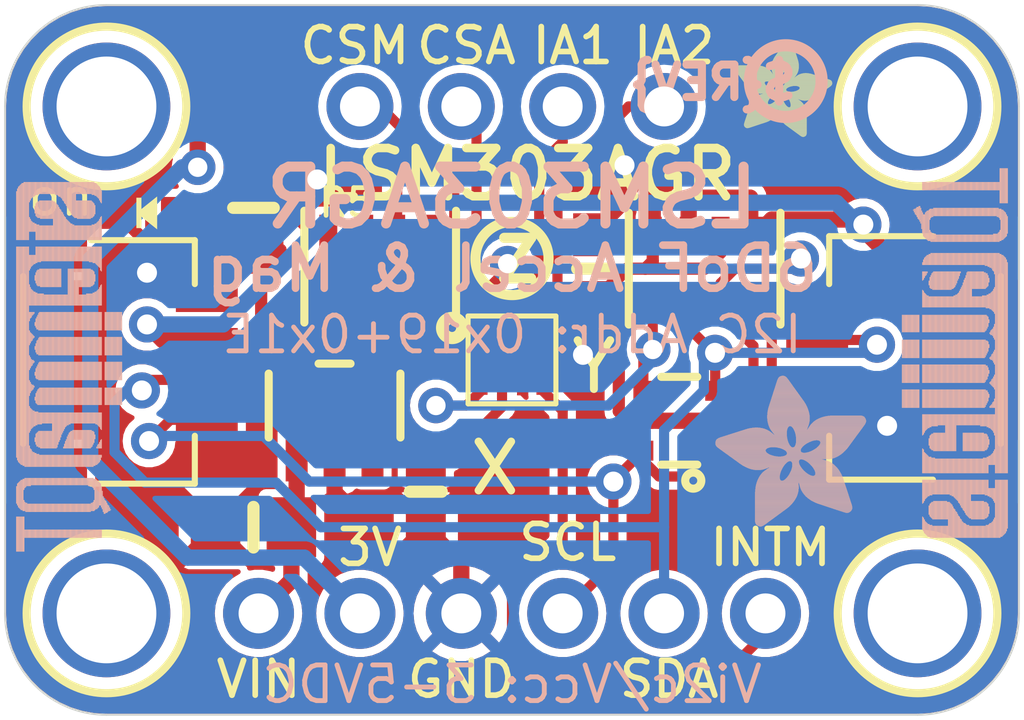
<source format=kicad_pcb>
(kicad_pcb (version 20221018) (generator pcbnew)
  (layers (0 "F.Cu" signal) (31 "B.Cu" signal) (34 "B.Paste" user) (35 "F.Paste" user) (36 "B.SilkS" user "B.Silkscreen") (37 "F.SilkS" user "F.Silkscreen") (38 "B.Mask" user) (39 "F.Mask" user) (44 "Edge.Cuts" user))
  (net 0 "")
  (net 1 "GND")
  (net 2 "SDA")
  (net 3 "SCL")
  (net 4 "SCL_3V")
  (net 5 "SDA_3V")
  (net 6 "3.3V")
  (net 7 "VCC")
  (net 8 "N$1")
  (net 9 "INTM_3V")
  (net 10 "INT2A_3V")
  (net 11 "INT1A_3V")
  (net 12 "N$2")
  (net 13 "CS_MAG")
  (net 14 "CS_ACCEL")
  (footprint "working:JST_SH4" (layer "F.Cu") (at 158.6611 105.0036 90)
    (fp_text reference "CONN3" hide)
    (fp_text value "STEMMA_I2C_QT" hide)
    (pad "1" smd rect (at -1.5 -2.514 180) (size 1.55 0.6) (layers "F.Cu" "F.Paste" "F.Mask") (net 1 "GND"))
    (pad "2" smd rect (at -0.5 -2.514 180) (size 1.55 0.6) (layers "F.Cu" "F.Paste" "F.Mask") (net 7 "VCC"))
    (pad "3" smd rect (at 0.5 -2.514 180) (size 1.55 0.6) (layers "F.Cu" "F.Paste" "F.Mask") (net 2 "SDA"))
    (pad "4" smd rect (at 1.5 -2.514 180) (size 1.55 0.6) (layers "F.Cu" "F.Paste" "F.Mask") (net 3 "SCL"))
    (pad "MT1" smd rect (at -2.8 1.386 180) (size 1.8 1.2) (layers "F.Cu" "F.Paste" "F.Mask"))
    (pad "MT2" smd rect (at 2.8 1.386 180) (size 1.8 1.2) (layers "F.Cu" "F.Paste" "F.Mask"))
  )
  (footprint "working:FIDUCIAL_1MM" (layer "F.Cu") (at 155.3591 108.1659)
    (fp_text reference "FID3" hide)
    (fp_text value "FIDUCIAL_1MM" hide)
    (pad "1" smd roundrect (at 0 0) (size 1 1) (layers "F.Cu" "F.Mask") (roundrect_rratio 0.5))
  )
  (footprint "working:0805_10MGAP" (layer "F.Cu") (at 142.0241 101.1936 90)
    (fp_text reference "C3" hide)
    (fp_text value "10uF" hide)
    (pad "1" smd rect (at -1.05 0 90) (size 1.2 1.5) (layers "F.Cu" "F.Paste" "F.Mask") (net 6 "3.3V"))
    (pad "2" smd rect (at 1.05 0 90) (size 1.2 1.5) (layers "F.Cu" "F.Paste" "F.Mask") (net 1 "GND"))
  )
  (footprint "working:1X04_ROUND" (layer "F.Cu") (at 148.5011 98.6536)
    (fp_text reference "JP3" hide)
    (fp_text value "")
    (pad "1" thru_hole circle (at -3.81 0 90) (size 1.6764 1.6764) (drill 1) (layers "*.Cu" "*.Mask") (net 13 "CS_MAG"))
    (pad "2" thru_hole circle (at -1.27 0 90) (size 1.6764 1.6764) (drill 1) (layers "*.Cu" "*.Mask") (net 14 "CS_ACCEL"))
    (pad "3" thru_hole circle (at 1.27 0 90) (size 1.6764 1.6764) (drill 1) (layers "*.Cu" "*.Mask") (net 11 "INT1A_3V"))
    (pad "4" thru_hole circle (at 3.81 0 90) (size 1.6764 1.6764) (drill 1) (layers "*.Cu" "*.Mask") (net 10 "INT2A_3V"))
  )
  (footprint "working:RESPACK_4X0603" (layer "F.Cu") (at 145.1991 102.6668)
    (fp_text reference "R5" (at -1.6 -1.6) (layer "F.SilkS") (effects (font (size 0.692831 0.692831) (thickness 0.119969)) (justify left)))
    (fp_text value "10K")
    (pad "1" smd rect (at -1.3 0.85) (size 0.45 0.9) (layers "F.Cu" "F.Paste" "F.Mask") (net 6 "3.3V"))
    (pad "2" smd rect (at -0.4 0.85) (size 0.45 0.9) (layers "F.Cu" "F.Paste" "F.Mask"))
    (pad "3" smd rect (at 0.4 0.85) (size 0.45 0.9) (layers "F.Cu" "F.Paste" "F.Mask") (net 13 "CS_MAG"))
    (pad "4" smd rect (at 1.3 0.85) (size 0.45 0.9) (layers "F.Cu" "F.Paste" "F.Mask") (net 14 "CS_ACCEL"))
    (pad "5" smd rect (at 1.3 -0.85) (size 0.45 0.9) (layers "F.Cu" "F.Paste" "F.Mask") (net 6 "3.3V"))
    (pad "6" smd rect (at 0.4 -0.85) (size 0.45 0.9) (layers "F.Cu" "F.Paste" "F.Mask") (net 6 "3.3V"))
    (pad "7" smd rect (at -0.4 -0.85) (size 0.45 0.9) (layers "F.Cu" "F.Paste" "F.Mask"))
    (pad "8" smd rect (at -1.3 -0.85) (size 0.45 0.9) (layers "F.Cu" "F.Paste" "F.Mask") (net 8 "N$1"))
  )
  (footprint "working:MOUNTINGHOLE_2.5_PLATED" (layer "F.Cu") (at 158.6611 98.6536)
    (fp_text reference "U$17" hide)
    (fp_text value "MOUNTINGHOLE2.5" hide)
    (pad "P$1" thru_hole circle (at 0 0) (size 3.2 3.2) (drill 2.5) (layers "*.Cu" "*.Mask"))
    (zone (net 0) (net_name "") (layer "F.Cu") (connect_pads (clearance 0)) (min_thickness 0.25)
      (keepout (tracks not_allowed) (vias not_allowed) (pads not_allowed) (copperpour not_allowed) (footprints allowed))
      (fill (thermal_gap 0.5) (thermal_bridge_width 0.5))
      (polygon (pts (xy 160.6771 98.6536) (xy 160.65748 98.373027) (xy 160.599004 98.097915) (xy 160.502808 97.833619) (xy 160.370765 97.585283) (xy 160.205446 97.35774) (xy 160.010067 97.15542) (xy 159.788433 96.98226) (xy 159.544856 96.841631) (xy 159.284078 96.73627) (xy 159.011175 96.668228) (xy 158.731457 96.638828) (xy 158.450371 96.648644) (xy 158.173385 96.697484) (xy 157.905893 96.784397) (xy 157.6531 96.907693) (xy 157.419926 97.06497) (xy 157.210911 97.253169) (xy 157.030122 97.468625) (xy 156.881078 97.707145) (xy 156.76668 97.964087) (xy 156.689154 98.23445) (xy 156.650011 98.512971) (xy 156.650011 98.794229) (xy 156.689154 99.07275) (xy 156.76668 99.343113) (xy 156.881078 99.600055) (xy 157.030122 99.838575) (xy 157.210911 100.054031) (xy 157.419926 100.24223) (xy 157.6531 100.399507) (xy 157.905893 100.522803) (xy 158.173385 100.609716) (xy 158.450371 100.658556) (xy 158.731457 100.668372) (xy 159.011175 100.638972) (xy 159.284078 100.57093) (xy 159.544856 100.465569) (xy 159.788433 100.32494) (xy 160.010067 100.15178) (xy 160.205446 99.94946) (xy 160.370765 99.721917) (xy 160.502808 99.473581) (xy 160.599004 99.209285) (xy 160.65748 98.934173)))
      (polygon (pts (xy 158.6451 98.6536) (xy 158.649786 98.664914) (xy 158.6611 98.6696) (xy 158.672414 98.664914) (xy 158.6771 98.6536) (xy 158.672414 98.642286) (xy 158.6611 98.6376) (xy 158.649786 98.642286)))
    )
    (zone (net 0) (net_name "") (layer "B.Cu") (connect_pads (clearance 0)) (min_thickness 0.25)
      (keepout (tracks not_allowed) (vias not_allowed) (pads not_allowed) (copperpour not_allowed) (footprints allowed))
      (fill (thermal_gap 0.5) (thermal_bridge_width 0.5))
      (polygon (pts (xy 160.6771 98.6536) (xy 160.65748 98.373027) (xy 160.599004 98.097915) (xy 160.502808 97.833619) (xy 160.370765 97.585283) (xy 160.205446 97.35774) (xy 160.010067 97.15542) (xy 159.788433 96.98226) (xy 159.544856 96.841631) (xy 159.284078 96.73627) (xy 159.011175 96.668228) (xy 158.731457 96.638828) (xy 158.450371 96.648644) (xy 158.173385 96.697484) (xy 157.905893 96.784397) (xy 157.6531 96.907693) (xy 157.419926 97.06497) (xy 157.210911 97.253169) (xy 157.030122 97.468625) (xy 156.881078 97.707145) (xy 156.76668 97.964087) (xy 156.689154 98.23445) (xy 156.650011 98.512971) (xy 156.650011 98.794229) (xy 156.689154 99.07275) (xy 156.76668 99.343113) (xy 156.881078 99.600055) (xy 157.030122 99.838575) (xy 157.210911 100.054031) (xy 157.419926 100.24223) (xy 157.6531 100.399507) (xy 157.905893 100.522803) (xy 158.173385 100.609716) (xy 158.450371 100.658556) (xy 158.731457 100.668372) (xy 159.011175 100.638972) (xy 159.284078 100.57093) (xy 159.544856 100.465569) (xy 159.788433 100.32494) (xy 160.010067 100.15178) (xy 160.205446 99.94946) (xy 160.370765 99.721917) (xy 160.502808 99.473581) (xy 160.599004 99.209285) (xy 160.65748 98.934173)))
      (polygon (pts (xy 158.6451 98.6536) (xy 158.649786 98.664914) (xy 158.6611 98.6696) (xy 158.672414 98.664914) (xy 158.6771 98.6536) (xy 158.672414 98.642286) (xy 158.6611 98.6376) (xy 158.649786 98.642286)))
    )
  )
  (footprint "working:0603-NO@1" (layer "F.Cu") (at 146.3421 108.3056 -90)
    (fp_text reference "C4" hide)
    (fp_text value "220nF" hide)
    (pad "1" smd rect (at -0.85 0 270) (size 1.075 1) (layers "F.Cu" "F.Paste" "F.Mask") (net 12 "N$2"))
    (pad "2" smd rect (at 0.85 0 270) (size 1.075 1) (layers "F.Cu" "F.Paste" "F.Mask") (net 1 "GND"))
  )
  (footprint "working:MOUNTINGHOLE_2.5_PLATED" (layer "F.Cu") (at 158.6611 111.3536)
    (fp_text reference "U$21" hide)
    (fp_text value "MOUNTINGHOLE2.5" hide)
    (pad "P$1" thru_hole circle (at 0 0) (size 3.2 3.2) (drill 2.5) (layers "*.Cu" "*.Mask"))
    (zone (net 0) (net_name "") (layer "F.Cu") (connect_pads (clearance 0)) (min_thickness 0.25)
      (keepout (tracks not_allowed) (vias not_allowed) (pads not_allowed) (copperpour not_allowed) (footprints allowed))
      (fill (thermal_gap 0.5) (thermal_bridge_width 0.5))
      (polygon (pts (xy 160.6771 111.3536) (xy 160.65748 111.073027) (xy 160.599004 110.797915) (xy 160.502808 110.533619) (xy 160.370765 110.285283) (xy 160.205446 110.05774) (xy 160.010067 109.85542) (xy 159.788433 109.68226) (xy 159.544856 109.541631) (xy 159.284078 109.43627) (xy 159.011175 109.368228) (xy 158.731457 109.338828) (xy 158.450371 109.348644) (xy 158.173385 109.397484) (xy 157.905893 109.484397) (xy 157.6531 109.607693) (xy 157.419926 109.76497) (xy 157.210911 109.953169) (xy 157.030122 110.168625) (xy 156.881078 110.407145) (xy 156.76668 110.664087) (xy 156.689154 110.93445) (xy 156.650011 111.212971) (xy 156.650011 111.494229) (xy 156.689154 111.77275) (xy 156.76668 112.043113) (xy 156.881078 112.300055) (xy 157.030122 112.538575) (xy 157.210911 112.754031) (xy 157.419926 112.94223) (xy 157.6531 113.099507) (xy 157.905893 113.222803) (xy 158.173385 113.309716) (xy 158.450371 113.358556) (xy 158.731457 113.368372) (xy 159.011175 113.338972) (xy 159.284078 113.27093) (xy 159.544856 113.165569) (xy 159.788433 113.02494) (xy 160.010067 112.85178) (xy 160.205446 112.64946) (xy 160.370765 112.421917) (xy 160.502808 112.173581) (xy 160.599004 111.909285) (xy 160.65748 111.634173)))
      (polygon (pts (xy 158.6451 111.3536) (xy 158.649786 111.364914) (xy 158.6611 111.3696) (xy 158.672414 111.364914) (xy 158.6771 111.3536) (xy 158.672414 111.342286) (xy 158.6611 111.3376) (xy 158.649786 111.342286)))
    )
    (zone (net 0) (net_name "") (layer "B.Cu") (connect_pads (clearance 0)) (min_thickness 0.25)
      (keepout (tracks not_allowed) (vias not_allowed) (pads not_allowed) (copperpour not_allowed) (footprints allowed))
      (fill (thermal_gap 0.5) (thermal_bridge_width 0.5))
      (polygon (pts (xy 160.6771 111.3536) (xy 160.65748 111.073027) (xy 160.599004 110.797915) (xy 160.502808 110.533619) (xy 160.370765 110.285283) (xy 160.205446 110.05774) (xy 160.010067 109.85542) (xy 159.788433 109.68226) (xy 159.544856 109.541631) (xy 159.284078 109.43627) (xy 159.011175 109.368228) (xy 158.731457 109.338828) (xy 158.450371 109.348644) (xy 158.173385 109.397484) (xy 157.905893 109.484397) (xy 157.6531 109.607693) (xy 157.419926 109.76497) (xy 157.210911 109.953169) (xy 157.030122 110.168625) (xy 156.881078 110.407145) (xy 156.76668 110.664087) (xy 156.689154 110.93445) (xy 156.650011 111.212971) (xy 156.650011 111.494229) (xy 156.689154 111.77275) (xy 156.76668 112.043113) (xy 156.881078 112.300055) (xy 157.030122 112.538575) (xy 157.210911 112.754031) (xy 157.419926 112.94223) (xy 157.6531 113.099507) (xy 157.905893 113.222803) (xy 158.173385 113.309716) (xy 158.450371 113.358556) (xy 158.731457 113.368372) (xy 159.011175 113.338972) (xy 159.284078 113.27093) (xy 159.544856 113.165569) (xy 159.788433 113.02494) (xy 160.010067 112.85178) (xy 160.205446 112.64946) (xy 160.370765 112.421917) (xy 160.502808 112.173581) (xy 160.599004 111.909285) (xy 160.65748 111.634173)))
      (polygon (pts (xy 158.6451 111.3536) (xy 158.649786 111.364914) (xy 158.6611 111.3696) (xy 158.672414 111.364914) (xy 158.6771 111.3536) (xy 158.672414 111.342286) (xy 158.6611 111.3376) (xy 158.649786 111.342286)))
    )
  )
  (footprint "working:MOUNTINGHOLE_2.5_PLATED" (layer "F.Cu") (at 138.3411 98.6536)
    (fp_text reference "U$1" hide)
    (fp_text value "MOUNTINGHOLE2.5" hide)
    (pad "P$1" thru_hole circle (at 0 0) (size 3.2 3.2) (drill 2.5) (layers "*.Cu" "*.Mask"))
    (zone (net 0) (net_name "") (layer "F.Cu") (connect_pads (clearance 0)) (min_thickness 0.25)
      (keepout (tracks not_allowed) (vias not_allowed) (pads not_allowed) (copperpour not_allowed) (footprints allowed))
      (fill (thermal_gap 0.5) (thermal_bridge_width 0.5))
      (polygon (pts (xy 140.3571 98.6536) (xy 140.33748 98.373027) (xy 140.279004 98.097915) (xy 140.182808 97.833619) (xy 140.050765 97.585283) (xy 139.885446 97.35774) (xy 139.690067 97.15542) (xy 139.468433 96.98226) (xy 139.224856 96.841631) (xy 138.964078 96.73627) (xy 138.691175 96.668228) (xy 138.411457 96.638828) (xy 138.130371 96.648644) (xy 137.853385 96.697484) (xy 137.585893 96.784397) (xy 137.3331 96.907693) (xy 137.099926 97.06497) (xy 136.890911 97.253169) (xy 136.710122 97.468625) (xy 136.561078 97.707145) (xy 136.44668 97.964087) (xy 136.369154 98.23445) (xy 136.330011 98.512971) (xy 136.330011 98.794229) (xy 136.369154 99.07275) (xy 136.44668 99.343113) (xy 136.561078 99.600055) (xy 136.710122 99.838575) (xy 136.890911 100.054031) (xy 137.099926 100.24223) (xy 137.3331 100.399507) (xy 137.585893 100.522803) (xy 137.853385 100.609716) (xy 138.130371 100.658556) (xy 138.411457 100.668372) (xy 138.691175 100.638972) (xy 138.964078 100.57093) (xy 139.224856 100.465569) (xy 139.468433 100.32494) (xy 139.690067 100.15178) (xy 139.885446 99.94946) (xy 140.050765 99.721917) (xy 140.182808 99.473581) (xy 140.279004 99.209285) (xy 140.33748 98.934173)))
      (polygon (pts (xy 138.3251 98.6536) (xy 138.329786 98.664914) (xy 138.3411 98.6696) (xy 138.352414 98.664914) (xy 138.3571 98.6536) (xy 138.352414 98.642286) (xy 138.3411 98.6376) (xy 138.329786 98.642286)))
    )
    (zone (net 0) (net_name "") (layer "B.Cu") (connect_pads (clearance 0)) (min_thickness 0.25)
      (keepout (tracks not_allowed) (vias not_allowed) (pads not_allowed) (copperpour not_allowed) (footprints allowed))
      (fill (thermal_gap 0.5) (thermal_bridge_width 0.5))
      (polygon (pts (xy 140.3571 98.6536) (xy 140.33748 98.373027) (xy 140.279004 98.097915) (xy 140.182808 97.833619) (xy 140.050765 97.585283) (xy 139.885446 97.35774) (xy 139.690067 97.15542) (xy 139.468433 96.98226) (xy 139.224856 96.841631) (xy 138.964078 96.73627) (xy 138.691175 96.668228) (xy 138.411457 96.638828) (xy 138.130371 96.648644) (xy 137.853385 96.697484) (xy 137.585893 96.784397) (xy 137.3331 96.907693) (xy 137.099926 97.06497) (xy 136.890911 97.253169) (xy 136.710122 97.468625) (xy 136.561078 97.707145) (xy 136.44668 97.964087) (xy 136.369154 98.23445) (xy 136.330011 98.512971) (xy 136.330011 98.794229) (xy 136.369154 99.07275) (xy 136.44668 99.343113) (xy 136.561078 99.600055) (xy 136.710122 99.838575) (xy 136.890911 100.054031) (xy 137.099926 100.24223) (xy 137.3331 100.399507) (xy 137.585893 100.522803) (xy 137.853385 100.609716) (xy 138.130371 100.658556) (xy 138.411457 100.668372) (xy 138.691175 100.638972) (xy 138.964078 100.57093) (xy 139.224856 100.465569) (xy 139.468433 100.32494) (xy 139.690067 100.15178) (xy 139.885446 99.94946) (xy 140.050765 99.721917) (xy 140.182808 99.473581) (xy 140.279004 99.209285) (xy 140.33748 98.934173)))
      (polygon (pts (xy 138.3251 98.6536) (xy 138.329786 98.664914) (xy 138.3411 98.6696) (xy 138.352414 98.664914) (xy 138.3571 98.6536) (xy 138.352414 98.642286) (xy 138.3411 98.6376) (xy 138.329786 98.642286)))
    )
  )
  (footprint "working:JST_SH4" (layer "F.Cu") (at 138.3411 105.0036 -90)
    (fp_text reference "CONN4" hide)
    (fp_text value "STEMMA_I2C_QT" hide)
    (pad "1" smd rect (at -1.5 -2.514) (size 1.55 0.6) (layers "F.Cu" "F.Paste" "F.Mask") (net 1 "GND"))
    (pad "2" smd rect (at -0.5 -2.514) (size 1.55 0.6) (layers "F.Cu" "F.Paste" "F.Mask") (net 7 "VCC"))
    (pad "3" smd rect (at 0.5 -2.514) (size 1.55 0.6) (layers "F.Cu" "F.Paste" "F.Mask") (net 2 "SDA"))
    (pad "4" smd rect (at 1.5 -2.514) (size 1.55 0.6) (layers "F.Cu" "F.Paste" "F.Mask") (net 3 "SCL"))
    (pad "MT1" smd rect (at -2.8 1.386) (size 1.8 1.2) (layers "F.Cu" "F.Paste" "F.Mask"))
    (pad "MT2" smd rect (at 2.8 1.386) (size 1.8 1.2) (layers "F.Cu" "F.Paste" "F.Mask"))
  )
  (footprint "working:CHIPLED_0603_NOOUTLINE" (layer "F.Cu") (at 139.3571 101.3206 90)
    (fp_text reference "D1" hide)
    (fp_text value "GREEN" hide)
    (pad "A" smd rect (at 0 0.75 90) (size 0.8 0.8) (layers "F.Cu" "F.Paste" "F.Mask") (net 8 "N$1"))
    (pad "C" smd rect (at 0 -0.75 90) (size 0.8 0.8) (layers "F.Cu" "F.Paste" "F.Mask") (net 1 "GND"))
  )
  (footprint "working:1X06_ROUND_70" (layer "F.Cu") (at 148.5011 111.3536)
    (fp_text reference "JP1" hide)
    (fp_text value "")
    (pad "1" thru_hole circle (at -6.35 0 90) (size 1.778 1.778) (drill 1) (layers "*.Cu" "*.Mask") (net 7 "VCC"))
    (pad "2" thru_hole circle (at -3.81 0 90) (size 1.778 1.778) (drill 1) (layers "*.Cu" "*.Mask") (net 6 "3.3V"))
    (pad "3" thru_hole circle (at -1.27 0 90) (size 1.778 1.778) (drill 1) (layers "*.Cu" "*.Mask") (net 1 "GND"))
    (pad "4" thru_hole circle (at 1.27 0 90) (size 1.778 1.778) (drill 1) (layers "*.Cu" "*.Mask") (net 3 "SCL"))
    (pad "5" thru_hole circle (at 3.81 0 90) (size 1.778 1.778) (drill 1) (layers "*.Cu" "*.Mask") (net 2 "SDA"))
    (pad "6" thru_hole circle (at 6.35 0 90) (size 1.778 1.778) (drill 1) (layers "*.Cu" "*.Mask") (net 9 "INTM_3V"))
  )
  (footprint "working:ADAFRUIT_2.5MM" (layer "F.Cu") (at 154.0891 99.4156)
    (fp_text reference "U$40" hide)
    (fp_text value "" hide)
  )
  (footprint "working:0805-NO" (layer "F.Cu") (at 142.0241 109.1946 180)
    (fp_text reference "C2" hide)
    (fp_text value "10uF" hide)
    (pad "1" smd rect (at -0.95 0 180) (size 1.24 1.5) (layers "F.Cu" "F.Paste" "F.Mask") (net 7 "VCC"))
    (pad "2" smd rect (at 0.95 0 180) (size 1.24 1.5) (layers "F.Cu" "F.Paste" "F.Mask") (net 1 "GND"))
  )
  (footprint "working:SOT363" (layer "F.Cu") (at 152.6921 106.5276 90)
    (fp_text reference "Q2" hide)
    (fp_text value "BSS138" hide)
    (pad "1" smd rect (at -0.75 0.9 90) (size 0.5 0.5) (layers "F.Cu" "F.Paste" "F.Mask") (net 4 "SCL_3V"))
    (pad "2" smd rect (at 0 0.9 90) (size 0.4 0.5) (layers "F.Cu" "F.Paste" "F.Mask") (net 6 "3.3V"))
    (pad "3" smd rect (at 0.75 0.9 90) (size 0.5 0.5) (layers "F.Cu" "F.Paste" "F.Mask") (net 2 "SDA"))
    (pad "4" smd rect (at 0.75 -0.9 90) (size 0.5 0.5) (layers "F.Cu" "F.Paste" "F.Mask") (net 5 "SDA_3V"))
    (pad "5" smd rect (at 0 -0.9 90) (size 0.4 0.5) (layers "F.Cu" "F.Paste" "F.Mask") (net 6 "3.3V"))
    (pad "6" smd rect (at -0.75 -0.9 90) (size 0.5 0.5) (layers "F.Cu" "F.Paste" "F.Mask") (net 3 "SCL"))
  )
  (footprint "working:0603-NO@1" (layer "F.Cu") (at 150.5331 102.7176 90)
    (fp_text reference "C1" hide)
    (fp_text value "0.1uF" hide)
    (pad "1" smd rect (at -0.85 0 90) (size 1.075 1) (layers "F.Cu" "F.Paste" "F.Mask") (net 6 "3.3V"))
    (pad "2" smd rect (at 0.85 0 90) (size 1.075 1) (layers "F.Cu" "F.Paste" "F.Mask") (net 1 "GND"))
  )
  (footprint "working:SOT23-5" (layer "F.Cu") (at 144.0561 106.1466)
    (fp_text reference "U2" hide)
    (fp_text value "AP2112K-3.3" hide)
    (pad "1" smd rect (at -0.95 1.3001) (size 0.55 1.2) (layers "F.Cu" "F.Paste" "F.Mask") (net 7 "VCC"))
    (pad "2" smd rect (at 0 1.3001) (size 0.55 1.2) (layers "F.Cu" "F.Paste" "F.Mask") (net 1 "GND"))
    (pad "3" smd rect (at 0.95 1.3001) (size 0.55 1.2) (layers "F.Cu" "F.Paste" "F.Mask") (net 7 "VCC"))
    (pad "4" smd rect (at 0.95 -1.3001) (size 0.55 1.2) (layers "F.Cu" "F.Paste" "F.Mask"))
    (pad "5" smd rect (at -0.95 -1.3001) (size 0.55 1.2) (layers "F.Cu" "F.Paste" "F.Mask") (net 6 "3.3V"))
  )
  (footprint "working:RESPACK_4X0603" (layer "F.Cu") (at 153.3271 102.7176 180)
    (fp_text reference "R3" hide)
    (fp_text value "10K" hide)
    (pad "1" smd rect (at -1.3 0.85 180) (size 0.45 0.9) (layers "F.Cu" "F.Paste" "F.Mask") (net 7 "VCC"))
    (pad "2" smd rect (at -0.4 0.85 180) (size 0.45 0.9) (layers "F.Cu" "F.Paste" "F.Mask") (net 6 "3.3V"))
    (pad "3" smd rect (at 0.4 0.85 180) (size 0.45 0.9) (layers "F.Cu" "F.Paste" "F.Mask") (net 7 "VCC"))
    (pad "4" smd rect (at 1.3 0.85 180) (size 0.45 0.9) (layers "F.Cu" "F.Paste" "F.Mask") (net 6 "3.3V"))
    (pad "5" smd rect (at 1.3 -0.85 180) (size 0.45 0.9) (layers "F.Cu" "F.Paste" "F.Mask") (net 5 "SDA_3V"))
    (pad "6" smd rect (at 0.4 -0.85 180) (size 0.45 0.9) (layers "F.Cu" "F.Paste" "F.Mask") (net 2 "SDA"))
    (pad "7" smd rect (at -0.4 -0.85 180) (size 0.45 0.9) (layers "F.Cu" "F.Paste" "F.Mask") (net 4 "SCL_3V"))
    (pad "8" smd rect (at -1.3 -0.85 180) (size 0.45 0.9) (layers "F.Cu" "F.Paste" "F.Mask") (net 3 "SCL"))
  )
  (footprint "working:MOUNTINGHOLE_2.5_PLATED" (layer "F.Cu") (at 138.3411 111.3536)
    (fp_text reference "U$19" hide)
    (fp_text value "MOUNTINGHOLE2.5" hide)
    (pad "P$1" thru_hole circle (at 0 0) (size 3.2 3.2) (drill 2.5) (layers "*.Cu" "*.Mask"))
    (zone (net 0) (net_name "") (layer "F.Cu") (connect_pads (clearance 0)) (min_thickness 0.25)
      (keepout (tracks not_allowed) (vias not_allowed) (pads not_allowed) (copperpour not_allowed) (footprints allowed))
      (fill (thermal_gap 0.5) (thermal_bridge_width 0.5))
      (polygon (pts (xy 140.3571 111.3536) (xy 140.33748 111.073027) (xy 140.279004 110.797915) (xy 140.182808 110.533619) (xy 140.050765 110.285283) (xy 139.885446 110.05774) (xy 139.690067 109.85542) (xy 139.468433 109.68226) (xy 139.224856 109.541631) (xy 138.964078 109.43627) (xy 138.691175 109.368228) (xy 138.411457 109.338828) (xy 138.130371 109.348644) (xy 137.853385 109.397484) (xy 137.585893 109.484397) (xy 137.3331 109.607693) (xy 137.099926 109.76497) (xy 136.890911 109.953169) (xy 136.710122 110.168625) (xy 136.561078 110.407145) (xy 136.44668 110.664087) (xy 136.369154 110.93445) (xy 136.330011 111.212971) (xy 136.330011 111.494229) (xy 136.369154 111.77275) (xy 136.44668 112.043113) (xy 136.561078 112.300055) (xy 136.710122 112.538575) (xy 136.890911 112.754031) (xy 137.099926 112.94223) (xy 137.3331 113.099507) (xy 137.585893 113.222803) (xy 137.853385 113.309716) (xy 138.130371 113.358556) (xy 138.411457 113.368372) (xy 138.691175 113.338972) (xy 138.964078 113.27093) (xy 139.224856 113.165569) (xy 139.468433 113.02494) (xy 139.690067 112.85178) (xy 139.885446 112.64946) (xy 140.050765 112.421917) (xy 140.182808 112.173581) (xy 140.279004 111.909285) (xy 140.33748 111.634173)))
      (polygon (pts (xy 138.3251 111.3536) (xy 138.329786 111.364914) (xy 138.3411 111.3696) (xy 138.352414 111.364914) (xy 138.3571 111.3536) (xy 138.352414 111.342286) (xy 138.3411 111.3376) (xy 138.329786 111.342286)))
    )
    (zone (net 0) (net_name "") (layer "B.Cu") (connect_pads (clearance 0)) (min_thickness 0.25)
      (keepout (tracks not_allowed) (vias not_allowed) (pads not_allowed) (copperpour not_allowed) (footprints allowed))
      (fill (thermal_gap 0.5) (thermal_bridge_width 0.5))
      (polygon (pts (xy 140.3571 111.3536) (xy 140.33748 111.073027) (xy 140.279004 110.797915) (xy 140.182808 110.533619) (xy 140.050765 110.285283) (xy 139.885446 110.05774) (xy 139.690067 109.85542) (xy 139.468433 109.68226) (xy 139.224856 109.541631) (xy 138.964078 109.43627) (xy 138.691175 109.368228) (xy 138.411457 109.338828) (xy 138.130371 109.348644) (xy 137.853385 109.397484) (xy 137.585893 109.484397) (xy 137.3331 109.607693) (xy 137.099926 109.76497) (xy 136.890911 109.953169) (xy 136.710122 110.168625) (xy 136.561078 110.407145) (xy 136.44668 110.664087) (xy 136.369154 110.93445) (xy 136.330011 111.212971) (xy 136.330011 111.494229) (xy 136.369154 111.77275) (xy 136.44668 112.043113) (xy 136.561078 112.300055) (xy 136.710122 112.538575) (xy 136.890911 112.754031) (xy 137.099926 112.94223) (xy 137.3331 113.099507) (xy 137.585893 113.222803) (xy 137.853385 113.309716) (xy 138.130371 113.358556) (xy 138.411457 113.368372) (xy 138.691175 113.338972) (xy 138.964078 113.27093) (xy 139.224856 113.165569) (xy 139.468433 113.02494) (xy 139.690067 112.85178) (xy 139.885446 112.64946) (xy 140.050765 112.421917) (xy 140.182808 112.173581) (xy 140.279004 111.909285) (xy 140.33748 111.634173)))
      (polygon (pts (xy 138.3251 111.3536) (xy 138.329786 111.364914) (xy 138.3411 111.3696) (xy 138.352414 111.364914) (xy 138.3571 111.3536) (xy 138.352414 111.342286) (xy 138.3411 111.3376) (xy 138.329786 111.342286)))
    )
  )
  (footprint "working:FIDUCIAL_1MM" (layer "F.Cu") (at 142.1511 98.2345)
    (fp_text reference "FID4" hide)
    (fp_text value "FIDUCIAL_1MM" hide)
    (pad "1" smd roundrect (at 0 0) (size 1 1) (layers "F.Cu" "F.Mask") (roundrect_rratio 0.5))
  )
  (footprint "working:LGA12_2X2MM" (layer "F.Cu") (at 148.5011 105.0036)
    (fp_text reference "U$2" hide)
    (fp_text value "LSM303AGR" hide)
    (pad "1" smd rect (at -0.75 -0.75) (size 0.275 0.25) (layers "F.Cu" "F.Paste" "F.Mask") (net 4 "SCL_3V"))
    (pad "2" smd rect (at -0.75 -0.25) (size 0.275 0.25) (layers "F.Cu" "F.Paste" "F.Mask") (net 14 "CS_ACCEL"))
    (pad "3" smd rect (at -0.75 0.25) (size 0.275 0.25) (layers "F.Cu" "F.Paste" "F.Mask") (net 13 "CS_MAG"))
    (pad "4" smd rect (at -0.75 0.75) (size 0.275 0.25) (layers "F.Cu" "F.Paste" "F.Mask") (net 5 "SDA_3V"))
    (pad "5" smd rect (at -0.25 0.75 90) (size 0.275 0.25) (layers "F.Cu" "F.Paste" "F.Mask") (net 12 "N$2"))
    (pad "6" smd rect (at 0.25 0.75 90) (size 0.275 0.25) (layers "F.Cu" "F.Paste" "F.Mask") (net 1 "GND"))
    (pad "7" smd rect (at 0.75 0.75 180) (size 0.275 0.25) (layers "F.Cu" "F.Paste" "F.Mask") (net 9 "INTM_3V"))
    (pad "8" smd rect (at 0.75 0.25 180) (size 0.275 0.25) (layers "F.Cu" "F.Paste" "F.Mask") (net 1 "GND"))
    (pad "9" smd rect (at 0.75 -0.25 180) (size 0.275 0.25) (layers "F.Cu" "F.Paste" "F.Mask") (net 6 "3.3V"))
    (pad "10" smd rect (at 0.75 -0.75 180) (size 0.275 0.25) (layers "F.Cu" "F.Paste" "F.Mask") (net 6 "3.3V"))
    (pad "11" smd rect (at 0.25 -0.75 270) (size 0.275 0.25) (layers "F.Cu" "F.Paste" "F.Mask") (net 10 "INT2A_3V"))
    (pad "12" smd rect (at -0.25 -0.75 270) (size 0.275 0.25) (layers "F.Cu" "F.Paste" "F.Mask") (net 11 "INT1A_3V"))
  )
  (footprint "working:PCBFEAT-REV-040" (layer "B.Cu") (at 155.3591 98.0186 180)
    (fp_text reference "U$25" hide)
    (fp_text value "" hide)
    (fp_text user "${REV}" (at -0.3556 -0.508) (layer "B.SilkS") (effects (font (size 0.8128 0.8128) (thickness 0.2032)) (justify left bottom mirror)))
  )
  (footprint "working:STEMMAQT" (layer "B.Cu") (at 138.7221 100.5586 -90)
    (fp_text reference "U$31" hide)
    (fp_text value "" hide)
  )
  (footprint "working:STEMMAQT" (layer "B.Cu") (at 158.2801 109.4486 90)
    (fp_text reference "U$30" hide)
    (fp_text value "" hide)
  )
  (footprint "working:ADAFRUIT_3.5MM" (layer "B.Cu") (at 157.3911 109.1946 180)
    (fp_text reference "U$20" hide)
    (fp_text value "" hide)
  )
  (gr_circle (center 148.5011 102.4636) (end 149.416909 102.4636) (stroke (width 0.254)) (fill none) (layer "F.SilkS"))
  (gr_arc (start 135.8011 98.6536) (mid 136.545049 96.857549) (end 138.3411 96.1136) (stroke (width 0.05)) (layer "Edge.Cuts"))
  (gr_arc (start 138.3411 113.8936) (mid 136.545049 113.149651) (end 135.8011 111.3536) (stroke (width 0.05)) (layer "Edge.Cuts"))
  (gr_line (start 135.8011 98.6536) (end 135.8011 111.3536) (stroke (width 0.05)) (layer "Edge.Cuts"))
  (gr_arc (start 161.2011 111.3536) (mid 160.457151 113.149651) (end 158.6611 113.8936) (stroke (width 0.05)) (layer "Edge.Cuts"))
  (gr_line (start 138.3411 113.8936) (end 158.6611 113.8936) (stroke (width 0.05)) (layer "Edge.Cuts"))
  (gr_line (start 158.6611 96.1136) (end 138.3411 96.1136) (stroke (width 0.05)) (layer "Edge.Cuts"))
  (gr_arc (start 158.6611 96.1136) (mid 160.457151 96.857549) (end 161.2011 98.6536) (stroke (width 0.05)) (layer "Edge.Cuts"))
  (gr_line (start 161.2011 111.3536) (end 161.2011 98.6536) (stroke (width 0.05)) (layer "Edge.Cuts"))
  (gr_text "6DoF Accel & Mag" (at 148.5011 102.7176) (layer "B.SilkS") (effects (font (size 1.0795 1.0795) (thickness 0.1905)) (justify mirror)))
  (gr_text "I2C Addr: 0x19+0x1E" (at 148.5011 104.3686) (layer "B.SilkS") (effects (font (size 0.89408 0.89408) (thickness 0.12192)) (justify mirror)))
  (gr_text "Vi2c/Vcc: 3-5VDC" (at 148.5011 113.1316) (layer "B.SilkS") (effects (font (size 0.89408 0.89408) (thickness 0.12192)) (justify mirror)))
  (gr_text "LSM303AGR" (at 148.5011 100.9396) (layer "B.SilkS") (effects (font (size 1.42494 1.42494) (thickness 0.25146)) (justify mirror)))
  (gr_text "IA1" (at 150.0251 97.1296) (layer "F.SilkS") (effects (font (size 0.87376 0.87376) (thickness 0.14224))))
  (gr_text "INTM" (at 154.9781 109.7026) (layer "F.SilkS") (effects (font (size 0.87376 0.87376) (thickness 0.14224))))
  (gr_text "3V" (at 144.9451 109.7026) (layer "F.SilkS") (effects (font (size 0.87376 0.87376) (thickness 0.14224))))
  (gr_text "CSM" (at 144.5641 97.1296) (layer "F.SilkS") (effects (font (size 0.87376 0.87376) (thickness 0.14224))))
  (gr_text "SDA" (at 152.4381 113.0046) (layer "F.SilkS") (effects (font (size 0.87376 0.87376) (thickness 0.14224))))
  (gr_text "IA2" (at 152.5651 97.1296) (layer "F.SilkS") (effects (font (size 0.87376 0.87376) (thickness 0.14224))))
  (gr_text "X" (at 147.3581 108.4326) (layer "F.SilkS") (effects (font (size 1.223264 1.223264) (thickness 0.199136)) (justify left bottom)))
  (gr_text "LSM303AGR" (at 148.8821 100.3554) (layer "F.SilkS") (effects (font (size 1.20904 1.20904) (thickness 0.21336))))
  (gr_text "Z" (at 147.9931 103.0986) (layer "F.SilkS") (effects (font (size 1.016 1.016) (thickness 0.254)) (justify left bottom)))
  (gr_text "SCL" (at 149.8981 109.5756) (layer "F.SilkS") (effects (font (size 0.87376 0.87376) (thickness 0.14224))))
  (gr_text "on" (at 136.3091 101.4476) (layer "F.SilkS") (effects (font (size 0.89408 0.89408) (thickness 0.12192)) (justify left bottom)))
  (gr_text "VIN" (at 142.1511 113.0046) (layer "F.SilkS") (effects (font (size 0.87376 0.87376) (thickness 0.14224))))
  (gr_text "GND" (at 147.2311 113.0046) (layer "F.SilkS") (effects (font (size 0.87376 0.87376) (thickness 0.14224))))
  (gr_text "Y" (at 149.8981 105.8926) (layer "F.SilkS") (effects (font (size 1.223264 1.223264) (thickness 0.199136)) (justify left bottom)))
  (gr_text "CSA" (at 147.3581 97.1296) (layer "F.SilkS") (effects (font (size 0.87376 0.87376) (thickness 0.14224))))
  (segment (start 140.8551 103.5036) (end 140.6511 103.5036) (width 0.4064) (layer "F.Cu") (net 1))
  (segment (start 147.2311 109.9566) (end 147.2311 111.3536) (width 0.4064) (layer "F.Cu") (net 1))
  (segment (start 140.6511 103.5036) (end 139.9667 102.8192) (width 0.4064) (layer "F.Cu") (net 1))
  (segment (start 139.9667 102.8192) (end 139.3571 102.8192) (width 0.4064) (layer "F.Cu") (net 1))
  (segment (start 144.0561 107.4467) (end 144.0561 108.327438) (width 0.4064) (layer "F.Cu") (net 1))
  (segment (start 144.0561 108.327438) (end 145.685262 109.9566) (width 0.4064) (layer "F.Cu") (net 1))
  (segment (start 145.685262 109.9566) (end 147.2311 109.9566) (width 0.4064) (layer "F.Cu") (net 1))
  (via (at 151.3205 100.1268) (size 0.9064) (drill 0.5) (layers "F.Cu" "B.Cu") (net 1))
  (via (at 139.3571 102.8192) (size 0.9064) (drill 0.5) (layers "F.Cu" "B.Cu") (net 1))
  (via (at 150.2791 104.8766) (size 0.9064) (drill 0.5) (layers "F.Cu" "B.Cu") (net 1))
  (via (at 143.6243 100.4824) (size 0.9064) (drill 0.5) (layers "F.Cu" "B.Cu") (net 1))
  (via (at 157.8991 106.6546) (size 0.9064) (drill 0.5) (layers "F.Cu" "B.Cu") (net 1))
  (segment (start 153.5921 104.7616) (end 153.5921 105.7776) (width 0.254) (layer "F.Cu") (net 2))
  (segment (start 139.227306 105.5036) (end 139.227306 105.768394) (width 0.254) (layer "F.Cu") (net 2))
  (segment (start 153.5875 104.8258) (end 153.5503 104.8258) (width 0.254) (layer "F.Cu") (net 2))
  (segment (start 153.5503 104.8258) (end 152.9271 104.2026) (width 0.254) (layer "F.Cu") (net 2))
  (segment (start 157.5261 104.5036) (end 157.6451 104.6226) (width 0.254) (layer "F.Cu") (net 2))
  (segment (start 153.5875 104.8258) (end 153.5875 104.7616) (width 0.254) (layer "F.Cu") (net 2))
  (segment (start 156.1471 104.5036) (end 157.5261 104.5036) (width 0.254) (layer "F.Cu") (net 2))
  (segment (start 152.9271 103.5676) (end 152.9271 104.2026) (width 0.254) (layer "F.Cu") (net 2))
  (segment (start 153.5921 104.7616) (end 153.5875 104.7616) (width 0.254) (layer "F.Cu") (net 2))
  (segment (start 140.8551 105.5036) (end 139.227306 105.5036) (width 0.254) (layer "F.Cu") (net 2))
  (via (at 139.227306 105.768394) (size 0.9064) (drill 0.5) (layers "F.Cu" "B.Cu") (net 2))
  (via (at 153.5875 104.8258) (size 0.9064) (drill 0.5) (layers "F.Cu" "B.Cu") (net 2))
  (via (at 157.6451 104.6226) (size 0.9064) (drill 0.5) (layers "F.Cu" "B.Cu") (net 2))
  (segment (start 139.201906 105.742994) (end 138.871706 105.742994) (width 0.254) (layer "B.Cu") (net 2))
  (segment (start 153.3081 105.029) (end 153.3081 105.7656) (width 0.254) (layer "B.Cu") (net 2))
  (segment (start 157.4419 104.8258) (end 153.5875 104.8258) (width 0.254) (layer "B.Cu") (net 2))
  (segment (start 138.5443 107.315) (end 139.3063 108.077) (width 0.254) (layer "B.Cu") (net 2))
  (segment (start 153.3081 105.7656) (end 152.3111 106.7626) (width 0.254) (layer "B.Cu") (net 2))
  (segment (start 139.227306 105.768394) (end 139.201906 105.742994) (width 0.254) (layer "B.Cu") (net 2))
  (segment (start 138.871706 105.742994) (end 138.5443 106.0704) (width 0.254) (layer "B.Cu") (net 2))
  (segment (start 153.5875 104.8258) (end 153.5113 104.8258) (width 0.254) (layer "B.Cu") (net 2))
  (segment (start 152.3111 109.1946) (end 152.3111 111.3536) (width 0.254) (layer "B.Cu") (net 2))
  (segment (start 139.3063 108.077) (end 142.5926 108.077) (width 0.254) (layer "B.Cu") (net 2))
  (segment (start 138.5443 106.0704) (end 138.5443 107.315) (width 0.254) (layer "B.Cu") (net 2))
  (segment (start 143.7102 109.1946) (end 152.3111 109.1946) (width 0.254) (layer "B.Cu") (net 2))
  (segment (start 157.6451 104.6226) (end 157.4419 104.8258) (width 0.254) (layer "B.Cu") (net 2))
  (segment (start 142.5926 108.077) (end 143.7102 109.1946) (width 0.254) (layer "B.Cu") (net 2))
  (segment (start 152.3111 106.7626) (end 152.3111 109.1946) (width 0.254) (layer "B.Cu") (net 2))
  (segment (start 153.5113 104.8258) (end 153.3081 105.029) (width 0.254) (layer "B.Cu") (net 2))
  (segment (start 151.0411 108.0516) (end 151.0411 108.0286) (width 0.254) (layer "F.Cu") (net 3))
  (segment (start 156.1471 103.5036) (end 154.6911 103.5036) (width 0.254) (layer "F.Cu") (net 3))
  (segment (start 151.0411 110.0836) (end 149.7711 111.3536) (width 0.254) (layer "F.Cu") (net 3))
  (segment (start 154.6271 103.5676) (end 155.0081 103.9486) (width 0.254) (layer "F.Cu") (net 3))
  (segment (start 154.6911 103.5036) (end 154.6271 103.5676) (width 0.254) (layer "F.Cu") (net 3))
  (segment (start 151.0411 108.0516) (end 151.0411 110.0836) (width 0.254) (layer "F.Cu") (net 3))
  (segment (start 151.7916 107.5321) (end 151.7916 107.2781) (width 0.254) (layer "F.Cu") (net 3))
  (segment (start 139.9399 106.5036) (end 139.4079 107.0356) (width 0.254) (layer "F.Cu") (net 3))
  (segment (start 155.0081 106.8786) (end 153.9621 107.9246) (width 0.254) (layer "F.Cu") (net 3))
  (segment (start 155.0081 103.9486) (end 155.0081 106.8786) (width 0.254) (layer "F.Cu") (net 3))
  (segment (start 151.7921 107.2776) (end 151.7916 107.2781) (width 0.254) (layer "F.Cu") (net 3))
  (segment (start 152.1841 107.9246) (end 151.7916 107.5321) (width 0.254) (layer "F.Cu") (net 3))
  (segment (start 151.7921 107.2776) (end 151.0411 108.0286) (width 0.254) (layer "F.Cu") (net 3))
  (segment (start 140.8551 106.5036) (end 139.9399 106.5036) (width 0.254) (layer "F.Cu") (net 3))
  (segment (start 153.9621 107.9246) (end 152.1841 107.9246) (width 0.254) (layer "F.Cu") (net 3))
  (via (at 151.0411 108.0516) (size 0.9064) (drill 0.5) (layers "F.Cu" "B.Cu") (net 3))
  (via (at 139.4079 107.0356) (size 0.9064) (drill 0.5) (layers "F.Cu" "B.Cu") (net 3))
  (segment (start 142.2781 106.9086) (end 139.5349 106.9086) (width 0.254) (layer "B.Cu") (net 3))
  (segment (start 143.4211 108.0516) (end 142.2781 106.9086) (width 0.254) (layer "B.Cu") (net 3))
  (segment (start 139.4079 107.0356) (end 139.5349 106.9086) (width 0.254) (layer "B.Cu") (net 3))
  (segment (start 151.0411 108.0516) (end 143.4211 108.0516) (width 0.254) (layer "B.Cu") (net 3))
  (segment (start 154.5509 106.5276) (end 153.8009 107.2776) (width 0.254) (layer "F.Cu") (net 4))
  (segment (start 154.5509 104.6526) (end 154.5509 106.5276) (width 0.254) (layer "F.Cu") (net 4))
  (segment (start 155.4861 102.7176) (end 154.0891 102.7176) (width 0.254) (layer "F.Cu") (net 4))
  (segment (start 148.3908 102.5906) (end 148.3908 102.7249) (width 0.254) (layer "F.Cu") (net 4))
  (segment (start 153.7271 103.5676) (end 153.7271 103.0796) (width 0.254) (layer "F.Cu") (net 4))
  (segment (start 153.7271 103.0796) (end 154.0891 102.7176) (width 0.254) (layer "F.Cu") (net 4))
  (segment (start 147.7511 104.2536) (end 147.7511 103.3646) (width 0.254) (layer "F.Cu") (net 4))
  (segment (start 155.4861 102.7176) (end 155.7401 102.4636) (width 0.254) (layer "F.Cu") (net 4))
  (segment (start 148.3908 102.7249) (end 147.7511 103.3646) (width 0.254) (layer "F.Cu") (net 4))
  (segment (start 153.7271 103.8288) (end 154.5509 104.6526) (width 0.254) (layer "F.Cu") (net 4))
  (segment (start 153.5921 107.2776) (end 153.8009 107.2776) (width 0.254) (layer "F.Cu") (net 4))
  (segment (start 153.7271 103.5676) (end 153.7271 103.8288) (width 0.254) (layer "F.Cu") (net 4))
  (via (at 155.7401 102.4636) (size 0.9064) (drill 0.5) (layers "F.Cu" "B.Cu") (net 4))
  (via (at 148.3908 102.5906) (size 0.889) (drill 0.4826) (layers "F.Cu" "B.Cu") (net 4))
  (segment (start 148.5178 102.7176) (end 155.4861 102.7176) (width 0.254) (layer "B.Cu") (net 4))
  (segment (start 155.4861 102.7176) (end 155.7401 102.4636) (width 0.254) (layer "B.Cu") (net 4))
  (segment (start 148.3908 102.5906) (end 148.5178 102.7176) (width 0.254) (layer "B.Cu") (net 4))
  (segment (start 147.7511 105.7536) (end 147.3581 106.1466) (width 0.254) (layer "F.Cu") (net 5))
  (segment (start 151.7921 105.7776) (end 151.7921 104.9776) (width 0.254) (layer "F.Cu") (net 5))
  (segment (start 147.3581 106.1466) (end 146.5961 106.1466) (width 0.254) (layer "F.Cu") (net 5))
  (segment (start 151.7921 104.9776) (end 152.0271 104.7426) (width 0.254) (layer "F.Cu") (net 5))
  (segment (start 152.0271 103.5676) (end 152.0271 104.7426) (width 0.254) (layer "F.Cu") (net 5))
  (via (at 146.5961 106.1466) (size 0.889) (drill 0.4826) (layers "F.Cu" "B.Cu") (net 5))
  (via (at 152.0271 104.7426) (size 0.889) (drill 0.4826) (layers "F.Cu" "B.Cu") (net 5))
  (segment (start 146.5961 106.1466) (end 150.9141 106.1466) (width 0.254) (layer "B.Cu") (net 5))
  (segment (start 152.0271 105.0336) (end 152.0271 104.7426) (width 0.254) (layer "B.Cu") (net 5))
  (segment (start 152.0271 105.0336) (end 150.9141 106.1466) (width 0.254) (layer "B.Cu") (net 5))
  (segment (start 145.5991 102.3176) (end 145.5991 101.8168) (width 0.3048) (layer "F.Cu") (net 6))
  (segment (start 152.0271 100.951732) (end 153.5811 99.397732) (width 0.4064) (layer "F.Cu") (net 6))
  (segment (start 152.1841 106.5276) (end 153.5921 106.5276) (width 0.4064) (layer "F.Cu") (net 6))
  (segment (start 152.0271 102.5306) (end 151.8401 102.7176) (width 0.3048) (layer "F.Cu") (net 6))
  (segment (start 153.3271 102.7176) (end 151.8401 102.7176) (width 0.3048) (layer "F.Cu") (net 6))
  (segment (start 149.8981 103.5676) (end 149.2511 104.2146) (width 0.3048) (layer "F.Cu") (net 6))
  (segment (start 143.1061 104.8465) (end 142.2171 103.9575) (width 0.3048) (layer "F.Cu") (net 6))
  (segment (start 151.8401 102.7176) (end 151.3921 102.7176) (width 0.3048) (layer "F.Cu") (net 6))
  (segment (start 151.1771 103.5676) (end 151.1771 106.292494) (width 0.3048) (layer "F.Cu") (net 6))
  (segment (start 142.7021 102.2436) (end 142.0241 102.2436) (width 0.3048) (layer "F.Cu") (net 6))
  (segment (start 145.5991 100.4506) (end 145.5991 101.8168) (width 0.3048) (layer "F.Cu") (net 6))
  (segment (start 151.0501 103.0596) (end 151.0501 103.5676) (width 0.3048) (layer "F.Cu") (net 6))
  (segment (start 151.394806 106.5102) (end 152.1667 106.5102) (width 0.3048) (layer "F.Cu") (net 6))
  (segment (start 152.5651 96.7486) (end 153.5811 97.7646) (width 0.4064) (layer "F.Cu") (net 6))
  (segment (start 142.2171 102.4366) (end 142.2171 103.9575) (width 0.3048) (layer "F.Cu") (net 6))
  (segment (start 150.5331 103.5676) (end 149.8981 103.5676) (width 0.3048) (layer "F.Cu") (net 6))
  (segment (start 144.1069 102.6668) (end 145.2499 102.6668) (width 0.3048) (layer "F.Cu") (net 6))
  (segment (start 153.7271 101.8676) (end 153.7271 102.3176) (width 0.3048) (layer "F.Cu") (net 6))
  (segment (start 143.8991 102.8746) (end 144.1069 102.6668) (width 0.3048) (layer "F.Cu") (net 6))
  (segment (start 140.6271 97.6376) (end 141.5161 96.7486) (width 0.4064) (layer "F.Cu") (net 6))
  (segment (start 141.5161 96.7486) (end 143.4846 96.7486) (width 0.4064) (layer "F.Cu") (net 6))
  (segment (start 143.4846 99.1616) (end 143.4846 96.7486) (width 0.3048) (layer "F.Cu") (net 6))
  (segment (start 151.7921 106.5276) (end 152.1841 106.5276) (width 0.4064) (layer "F.Cu") (net 6))
  (segment (start 149.2511 104.2536) (end 149.2511 104.2146) (width 0.3048) (layer "F.Cu") (net 6))
  (segment (start 153.7271 102.3176) (end 153.3271 102.7176) (width 0.3048) (layer "F.Cu") (net 6))
  (segment (start 143.1061 104.3098) (end 143.8991 103.5168) (width 0.3048) (layer "F.Cu") (net 6))
  (segment (start 150.5331 103.5676) (end 151.3831 102.7176) (width 0.3048) (layer "F.Cu") (net 6))
  (segment (start 149.2511 104.7536) (end 149.2511 104.2536) (width 0.3048) (layer "F.Cu") (net 6))
  (segment (start 150.5331 103.5676) (end 151.0501 103.5676) (width 0.3048) (layer "F.Cu") (net 6))
  (segment (start 153.5811 99.397732) (end 153.5811 97.7646) (width 0.4064) (layer "F.Cu") (net 6))
  (segment (start 144.2466 99.9236) (end 145.0721 99.9236) (width 0.3048) (layer "F.Cu") (net 6))
  (segment (start 143.8991 103.5168) (end 143.8991 102.8746) (width 0.3048) (layer "F.Cu") (net 6))
  (segment (start 145.0721 99.9236) (end 145.5991 100.4506) (width 0.3048) (layer "F.Cu") (net 6))
  (segment (start 152.0271 101.8676) (end 152.0271 102.5306) (width 0.3048) (layer "F.Cu") (net 6))
  (segment (start 143.4846 96.7486) (end 152.5651 96.7486) (width 0.4064) (layer "F.Cu") (net 6))
  (segment (start 145.2499 102.6668) (end 145.5991 102.3176) (width 0.3048) (layer "F.Cu") (net 6))
  (segment (start 144.2466 99.9236) (end 143.4846 99.1616) (width 0.3048) (layer "F.Cu") (net 6))
  (segment (start 142.2171 102.4366) (end 142.0241 102.2436) (width 0.3048) (layer "F.Cu") (net 6))
  (segment (start 151.3831 102.7176) (end 151.3921 102.7176) (width 0.3048) (layer "F.Cu") (net 6))
  (segment (start 143.1061 104.8465) (end 143.1061 104.3098) (width 0.3048) (layer "F.Cu") (net 6))
  (segment (start 151.0501 103.0596) (end 151.3921 102.7176) (width 0.3048) (layer "F.Cu") (net 6))
  (segment (start 152.0271 101.8676) (end 152.0271 100.951732) (width 0.4064) (layer "F.Cu") (net 6))
  (segment (start 140.6271 97.6376) (end 140.6271 100.1776) (width 0.4064) (layer "F.Cu") (net 6))
  (segment (start 151.0501 103.5676) (end 151.1771 103.5676) (width 0.3048) (layer "F.Cu") (net 6))
  (segment (start 145.5991 101.8168) (end 146.4991 101.8168) (width 0.3048) (layer "F.Cu") (net 6))
  (segment (start 151.1771 106.292494) (end 151.394806 106.5102) (width 0.3048) (layer "F.Cu") (net 6))
  (segment (start 152.1667 106.5102) (end 152.1841 106.5276) (width 0.3048) (layer "F.Cu") (net 6))
  (via (at 140.6271 100.1776) (size 0.889) (drill 0.4826) (layers "F.Cu" "B.Cu") (net 6))
  (segment (start 137.9347 107.5182) (end 137.9347 102.489) (width 0.4064) (layer "B.Cu") (net 6))
  (segment (start 143.2941 109.9566) (end 140.3731 109.9566) (width 0.4064) (layer "B.Cu") (net 6))
  (segment (start 140.3731 109.9566) (end 137.9347 107.5182) (width 0.4064) (layer "B.Cu") (net 6))
  (segment (start 140.6271 100.1776) (end 140.2461 100.1776) (width 0.4064) (layer "B.Cu") (net 6))
  (segment (start 137.9347 102.489) (end 140.2461 100.1776) (width 0.4064) (layer "B.Cu") (net 6))
  (segment (start 144.6911 111.3536) (end 143.2941 109.9566) (width 0.4064) (layer "B.Cu") (net 6))
  (segment (start 157.3031 101.6136) (end 157.1761 101.4866) (width 0.4064) (layer "F.Cu") (net 7))
  (segment (start 157.3031 101.7406) (end 157.3031 101.6136) (width 0.4064) (layer "F.Cu") (net 7))
  (segment (start 144.5641 106.2736) (end 143.0401 106.2736) (width 0.4064) (layer "F.Cu") (net 7))
  (segment (start 158.2881 105.5036) (end 158.9151 104.8766) (width 0.4064) (layer "F.Cu") (net 7))
  (segment (start 141.6511 104.5036) (end 142.2977 105.1502) (width 0.4064) (layer "F.Cu") (net 7))
  (segment (start 154.4701 101.7106) (end 154.6271 101.8676) (width 0.4064) (layer "F.Cu") (net 7))
  (segment (start 152.9271 100.9586) (end 152.9461 100.9396) (width 0.4064) (layer "F.Cu") (net 7))
  (segment (start 156.1471 105.5036) (end 158.2881 105.5036) (width 0.4064) (layer "F.Cu") (net 7))
  (segment (start 142.2977 105.614838) (end 143.0401 106.357238) (width 0.4064) (layer "F.Cu") (net 7))
  (segment (start 154.4701 100.9396) (end 154.4701 101.7106) (width 0.4064) (layer "F.Cu") (net 7))
  (segment (start 143.0401 106.2736) (end 143.0401 106.357238) (width 0.4064) (layer "F.Cu") (net 7))
  (segment (start 143.1061 109.0626) (end 142.9741 109.1946) (width 0.4064) (layer "F.Cu") (net 7))
  (segment (start 139.7461 104.5036) (end 139.3571 104.1146) (width 0.4064) (layer "F.Cu") (net 7))
  (segment (start 142.2977 105.1502) (end 142.2977 105.614838) (width 0.4064) (layer "F.Cu") (net 7))
  (segment (start 152.9271 101.8676) (end 152.9271 100.9586) (width 0.4064) (layer "F.Cu") (net 7))
  (segment (start 145.0061 107.4467) (end 145.0061 106.7156) (width 0.4064) (layer "F.Cu") (net 7))
  (segment (start 152.9461 100.9396) (end 154.4701 100.9396) (width 0.4064) (layer "F.Cu") (net 7))
  (segment (start 145.0061 106.7156) (end 144.5641 106.2736) (width 0.4064) (layer "F.Cu") (net 7))
  (segment (start 140.8551 104.5036) (end 141.6511 104.5036) (width 0.4064) (layer "F.Cu") (net 7))
  (segment (start 157.1761 101.4866) (end 155.0081 101.4866) (width 0.4064) (layer "F.Cu") (net 7))
  (segment (start 143.1061 107.4467) (end 143.1061 109.0626) (width 0.4064) (layer "F.Cu") (net 7))
  (segment (start 158.9151 103.3526) (end 157.3031 101.7406) (width 0.4064) (layer "F.Cu") (net 7))
  (segment (start 140.8551 104.5036) (end 139.7461 104.5036) (width 0.4064) (layer "F.Cu") (net 7))
  (segment (start 154.6271 101.8676) (end 155.0081 101.4866) (width 0.4064) (layer "F.Cu") (net 7))
  (segment (start 143.0401 106.357238) (end 143.0401 107.4467) (width 0.4064) (layer "F.Cu") (net 7))
  (segment (start 142.9741 110.5306) (end 142.9741 109.1946) (width 0.4064) (layer "F.Cu") (net 7))
  (segment (start 142.1511 111.3536) (end 142.9741 110.5306) (width 0.4064) (layer "F.Cu") (net 7))
  (segment (start 143.1061 107.4467) (end 143.0401 107.4467) (width 0.4064) (layer "F.Cu") (net 7))
  (segment (start 158.9151 104.8766) (end 158.9151 103.3526) (width 0.4064) (layer "F.Cu") (net 7))
  (via (at 139.3571 104.1146) (size 0.9064) (drill 0.5) (layers "F.Cu" "B.Cu") (net 7))
  (via (at 157.3031 101.6136) (size 0.9064) (drill 0.5) (layers "F.Cu" "B.Cu") (net 7))
  (segment (start 157.3031 101.6136) (end 157.1761 101.6136) (width 0.4064) (layer "B.Cu") (net 7))
  (segment (start 157.1761 101.6136) (end 156.6291 101.0666) (width 0.4064) (layer "B.Cu") (net 7))
  (segment (start 139.3571 104.1146) (end 141.2621 104.1146) (width 0.4064) (layer "B.Cu") (net 7))
  (segment (start 144.3101 101.0666) (end 141.2621 104.1146) (width 0.4064) (layer "B.Cu") (net 7))
  (segment (start 156.6291 101.0666) (end 144.3101 101.0666) (width 0.4064) (layer "B.Cu") (net 7))
  (segment (start 142.8441 101.1936) (end 140.2341 101.1936) (width 0.254) (layer "F.Cu") (net 8))
  (segment (start 143.4673 101.8168) (end 142.8441 101.1936) (width 0.254) (layer "F.Cu") (net 8))
  (segment (start 140.2341 101.1936) (end 140.1071 101.3206) (width 0.254) (layer "F.Cu") (net 8))
  (segment (start 143.8991 101.8168) (end 143.4673 101.8168) (width 0.254) (layer "F.Cu") (net 8))
  (segment (start 148.5011 110.8456) (end 148.5011 112.2426) (width 0.254) (layer "F.Cu") (net 9))
  (segment (start 149.7711 106.2736) (end 149.7711 109.5756) (width 0.254) (layer "F.Cu") (net 9))
  (segment (start 149.7711 109.5756) (end 148.5011 110.8456) (width 0.254) (layer "F.Cu") (net 9))
  (segment (start 153.8351 112.8776) (end 154.8511 111.8616) (width 0.254) (layer "F.Cu") (net 9))
  (segment (start 149.1361 112.8776) (end 153.8351 112.8776) (width 0.254) (layer "F.Cu") (net 9))
  (segment (start 154.8511 111.8616) (end 154.8511 111.3536) (width 0.254) (layer "F.Cu") (net 9))
  (segment (start 148.5011 112.2426) (end 149.1361 112.8776) (width 0.254) (layer "F.Cu") (net 9))
  (segment (start 149.2511 105.7536) (end 149.7711 106.2736) (width 0.254) (layer "F.Cu") (net 9))
  (segment (start 149.6401 103.1106) (end 148.7511 103.9996) (width 0.254) (layer "F.Cu") (net 10))
  (segment (start 149.6401 100.436969) (end 149.6401 103.1106) (width 0.254) (layer "F.Cu") (net 10))
  (segment (start 152.3111 98.6536) (end 151.423468 98.6536) (width 0.254) (layer "F.Cu") (net 10))
  (segment (start 149.6401 100.436969) (end 151.423468 98.6536) (width 0.254) (layer "F.Cu") (net 10))
  (segment (start 148.7511 104.2536) (end 148.7511 103.9996) (width 0.254) (layer "F.Cu") (net 10))
  (segment (start 149.1829 102.894094) (end 149.1829 100.1308) (width 0.254) (layer "F.Cu") (net 11))
  (segment (start 149.1829 100.1308) (end 149.7711 99.5426) (width 0.254) (layer "F.Cu") (net 11))
  (segment (start 148.2511 104.2536) (end 148.2511 103.825894) (width 0.254) (layer "F.Cu") (net 11))
  (segment (start 149.7711 99.5426) (end 149.7711 98.6536) (width 0.254) (layer "F.Cu") (net 11))
  (segment (start 148.2511 103.825894) (end 149.1829 102.894094) (width 0.254) (layer "F.Cu") (net 11))
  (segment (start 146.9771 107.4556) (end 146.3421 107.4556) (width 0.254) (layer "F.Cu") (net 12))
  (segment (start 148.2511 106.1816) (end 146.9771 107.4556) (width 0.254) (layer "F.Cu") (net 12))
  (segment (start 148.2511 105.7536) (end 148.2511 106.1816) (width 0.254) (layer "F.Cu") (net 12))
  (segment (start 147.0543 100.518825) (end 145.189075 98.6536) (width 0.254) (layer "F.Cu") (net 13))
  (segment (start 146.616437 105.2536) (end 147.7511 105.2536) (width 0.254) (layer "F.Cu") (net 13))
  (segment (start 146.0563 102.6224) (end 146.886275 102.6224) (width 0.254) (layer "F.Cu") (net 13))
  (segment (start 146.0563 102.6224) (end 145.5991 103.0796) (width 0.254) (layer "F.Cu") (net 13))
  (segment (start 146.616437 105.2536) (end 145.7261 104.363263) (width 0.254) (layer "F.Cu") (net 13))
  (segment (start 145.7261 103.6438) (end 145.7261 104.363263) (width 0.254) (layer "F.Cu") (net 13))
  (segment (start 145.7261 103.6438) (end 145.5991 103.5168) (width 0.254) (layer "F.Cu") (net 13))
  (segment (start 145.5991 103.5168) (end 145.5991 103.0796) (width 0.254) (layer "F.Cu") (net 13))
  (segment (start 146.886275 102.6224) (end 147.0543 102.454375) (width 0.254) (layer "F.Cu") (net 13))
  (segment (start 145.189075 98.6536) (end 144.6911 98.6536) (width 0.254) (layer "F.Cu") (net 13))
  (segment (start 147.0543 102.454375) (end 147.0543 100.518825) (width 0.254) (layer "F.Cu") (net 13))
  (segment (start 147.7511 104.7536) (end 146.8541 104.7536) (width 0.254) (layer "F.Cu") (net 14))
  (segment (start 146.5961 104.4956) (end 146.5961 103.6138) (width 0.254) (layer "F.Cu") (net 14))
  (segment (start 146.6859 103.5168) (end 146.4991 103.5168) (width 0.254) (layer "F.Cu") (net 14))
  (segment (start 146.5961 103.6138) (end 146.4991 103.5168) (width 0.2032) (layer "F.Cu") (net 14))
  (segment (start 146.6859 103.5168) (end 147.6121 102.5906) (width 0.254) (layer "F.Cu") (net 14))
  (segment (start 147.6121 99.0346) (end 147.2311 98.6536) (width 0.254) (layer "F.Cu") (net 14))
  (segment (start 146.8541 104.7536) (end 146.5961 104.4956) (width 0.254) (layer "F.Cu") (net 14))
  (segment (start 147.6121 102.5906) (end 147.6121 99.0346) (width 0.254) (layer "F.Cu") (net 14))
  (zone (net 1) (net_name "GND") (layer "F.Cu") (priority 6) (connect_pads (clearance 0.000001)) (min_thickness 0.127) (fill yes (thermal_gap 0.304) (thermal_bridge_width 0.304))
    (polygon (pts (xy 161.3281 114.0206) (xy 135.6741 114.0206) (xy 135.6741 95.9866) (xy 161.3281 95.9866)))
  )
  (zone (net 1) (net_name "GND") (layer "B.Cu") (priority 6) (connect_pads (clearance 0.000001)) (min_thickness 0.127) (fill yes (thermal_gap 0.304) (thermal_bridge_width 0.304))
    (polygon (pts (xy 161.3281 114.0206) (xy 135.6741 114.0206) (xy 135.6741 95.9866) (xy 161.3281 95.9866)))
  )
)
</source>
